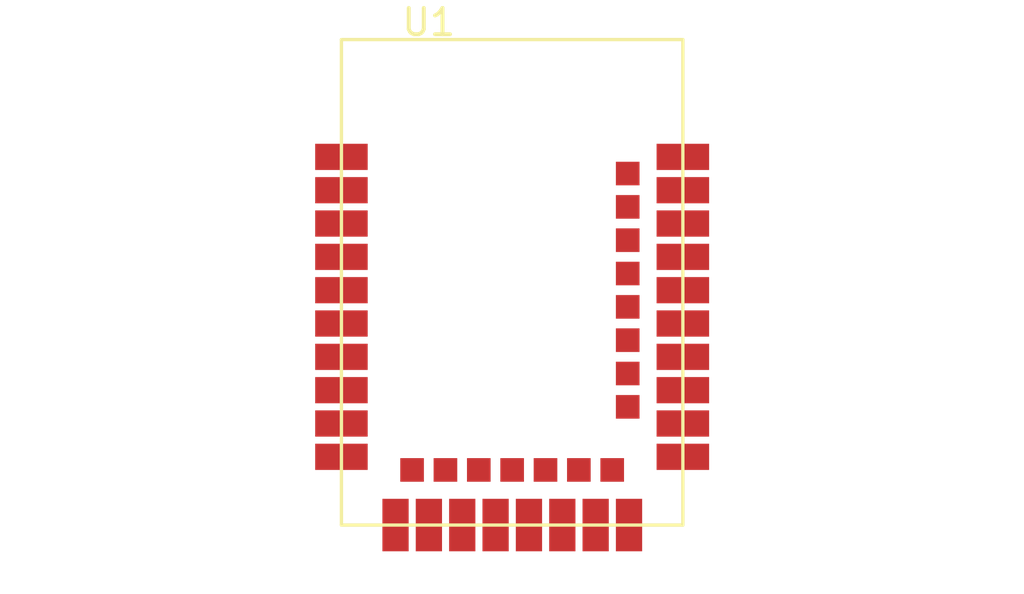
<source format=kicad_pcb>
(kicad_pcb (version 20240108) (generator "pcbnew") (generator_version "8.0")
  (layers (0 "F.Cu" signal) (31 "B.Cu" signal) (34 "B.Paste" user) (35 "F.Paste" user) (36 "B.SilkS" user "B.Silkscreen") (37 "F.SilkS" user "F.Silkscreen") (38 "B.Mask" user) (39 "F.Mask" user) (44 "Edge.Cuts" user))
  (net 0 "")
  (footprint "MyLib:E73-2G4M08S1C" (layer "F.Cu") (at 74.5 80.6)
    (property "Reference" "U1" (at -3.175 -10.16 0) (layer "F.SilkS"))
    (property "Value" "E73-2G4M08S1C")
    (fp_line (start -6.5 -9.5) (end -6.5 9) (stroke (width 0.127)) (layer "F.SilkS"))
    (fp_line (start -6.5 9) (end 6.5 9) (stroke (width 0.127)) (layer "F.SilkS"))
    (fp_line (start 6.5 -9.5) (end -6.5 -9.5) (stroke (width 0.127)) (layer "F.SilkS"))
    (fp_line (start 6.5 9) (end 6.5 -9.5) (stroke (width 0.127)) (layer "F.SilkS"))
    (pad "1" smd rect (at -6.5 -5.03) (size 2 1) (layers "F.Cu" "F.Paste" "F.Mask"))
    (pad "2" smd rect (at -6.5 -3.76) (size 2 1) (layers "F.Cu" "F.Paste" "F.Mask"))
    (pad "3" smd rect (at -6.5 -2.49) (size 2 1) (layers "F.Cu" "F.Paste" "F.Mask"))
    (pad "4" smd rect (at -6.5 -1.22) (size 2 1) (layers "F.Cu" "F.Paste" "F.Mask"))
    (pad "5" smd rect (at -6.5 0.05) (size 2 1) (layers "F.Cu" "F.Paste" "F.Mask"))
    (pad "6" smd rect (at -6.5 1.32) (size 2 1) (layers "F.Cu" "F.Paste" "F.Mask"))
    (pad "7" smd rect (at -6.5 2.59) (size 2 1) (layers "F.Cu" "F.Paste" "F.Mask"))
    (pad "8" smd rect (at -6.5 3.86) (size 2 1) (layers "F.Cu" "F.Paste" "F.Mask"))
    (pad "9" smd rect (at -6.5 5.13) (size 2 1) (layers "F.Cu" "F.Paste" "F.Mask"))
    (pad "10" smd rect (at -6.5 6.4) (size 2 1) (layers "F.Cu" "F.Paste" "F.Mask"))
    (pad "11" smd rect (at -4.44 9) (size 1 2) (layers "F.Cu" "F.Paste" "F.Mask"))
    (pad "12" smd rect (at -3.81 6.9) (size 0.9 0.9) (layers "F.Cu" "F.Paste" "F.Mask"))
    (pad "13" smd rect (at -3.17 9) (size 1 2) (layers "F.Cu" "F.Paste" "F.Mask"))
    (pad "14" smd rect (at -2.54 6.9) (size 0.9 0.9) (layers "F.Cu" "F.Paste" "F.Mask"))
    (pad "15" smd rect (at -1.9 9) (size 1 2) (layers "F.Cu" "F.Paste" "F.Mask"))
    (pad "16" smd rect (at -1.27 6.9) (size 0.9 0.9) (layers "F.Cu" "F.Paste" "F.Mask"))
    (pad "17" smd rect (at -0.63 9) (size 1 2) (layers "F.Cu" "F.Paste" "F.Mask"))
    (pad "18" smd rect (at 0 6.9) (size 0.9 0.9) (layers "F.Cu" "F.Paste" "F.Mask"))
    (pad "19" smd rect (at 0.64 9) (size 1 2) (layers "F.Cu" "F.Paste" "F.Mask"))
    (pad "20" smd rect (at 1.27 6.9) (size 0.9 0.9) (layers "F.Cu" "F.Paste" "F.Mask"))
    (pad "21" smd rect (at 1.91 9) (size 1 2) (layers "F.Cu" "F.Paste" "F.Mask"))
    (pad "22" smd rect (at 2.54 6.9) (size 0.9 0.9) (layers "F.Cu" "F.Paste" "F.Mask"))
    (pad "23" smd rect (at 3.18 9) (size 1 2) (layers "F.Cu" "F.Paste" "F.Mask"))
    (pad "24" smd rect (at 3.81 6.9) (size 0.9 0.9) (layers "F.Cu" "F.Paste" "F.Mask"))
    (pad "25" smd rect (at 4.45 9) (size 1 2) (layers "F.Cu" "F.Paste" "F.Mask"))
    (pad "26" smd rect (at 6.5 6.4) (size 2 1) (layers "F.Cu" "F.Paste" "F.Mask"))
    (pad "27" smd rect (at 6.5 5.13) (size 2 1) (layers "F.Cu" "F.Paste" "F.Mask"))
    (pad "28" smd rect (at 4.4 4.495) (size 0.9 0.9) (layers "F.Cu" "F.Paste" "F.Mask"))
    (pad "29" smd rect (at 6.5 3.86) (size 2 1) (layers "F.Cu" "F.Paste" "F.Mask"))
    (pad "30" smd rect (at 4.4 3.225) (size 0.9 0.9) (layers "F.Cu" "F.Paste" "F.Mask"))
    (pad "31" smd rect (at 6.5 2.59) (size 2 1) (layers "F.Cu" "F.Paste" "F.Mask"))
    (pad "32" smd rect (at 4.4 1.955) (size 0.9 0.9) (layers "F.Cu" "F.Paste" "F.Mask"))
    (pad "33" smd rect (at 6.5 1.32) (size 2 1) (layers "F.Cu" "F.Paste" "F.Mask"))
    (pad "34" smd rect (at 4.4 0.685) (size 0.9 0.9) (layers "F.Cu" "F.Paste" "F.Mask"))
    (pad "35" smd rect (at 6.5 0.05) (size 2 1) (layers "F.Cu" "F.Paste" "F.Mask"))
    (pad "36" smd rect (at 4.4 -0.585) (size 0.9 0.9) (layers "F.Cu" "F.Paste" "F.Mask"))
    (pad "37" smd rect (at 6.5 -1.22) (size 2 1) (layers "F.Cu" "F.Paste" "F.Mask"))
    (pad "38" smd rect (at 4.4 -1.855) (size 0.9 0.9) (layers "F.Cu" "F.Paste" "F.Mask"))
    (pad "39" smd rect (at 6.5 -2.49) (size 2 1) (layers "F.Cu" "F.Paste" "F.Mask"))
    (pad "40" smd rect (at 4.4 -3.125) (size 0.9 0.9) (layers "F.Cu" "F.Paste" "F.Mask"))
    (pad "41" smd rect (at 6.5 -3.76) (size 2 1) (layers "F.Cu" "F.Paste" "F.Mask"))
    (pad "42" smd rect (at 4.4 -4.395) (size 0.9 0.9) (layers "F.Cu" "F.Paste" "F.Mask"))
    (pad "43" smd rect (at 6.5 -5.03) (size 2 1) (layers "F.Cu" "F.Paste" "F.Mask"))
  )
)
</source>
